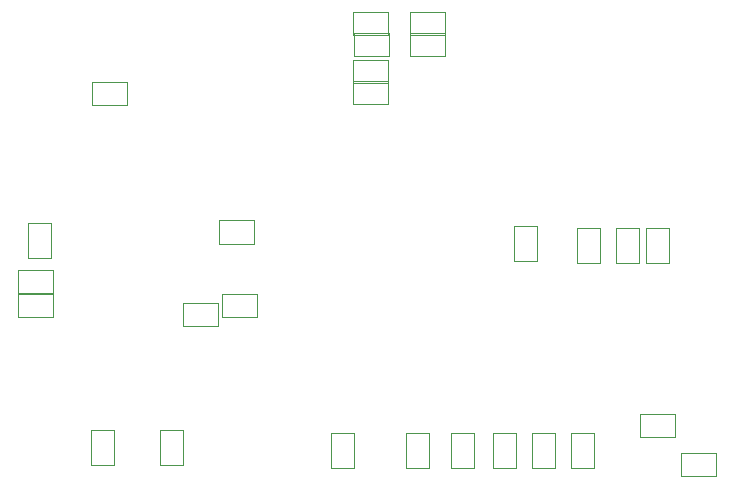
<source format=gbr>
G04 #@! TF.GenerationSoftware,KiCad,Pcbnew,5.0.0*
G04 #@! TF.CreationDate,2019-05-30T17:21:17+01:00*
G04 #@! TF.ProjectId,RRAT,525241542E6B696361645F7063620000,rev?*
G04 #@! TF.SameCoordinates,Original*
G04 #@! TF.FileFunction,Drawing*
%FSLAX46Y46*%
G04 Gerber Fmt 4.6, Leading zero omitted, Abs format (unit mm)*
G04 Created by KiCad (PCBNEW 5.0.0) date Thu May 30 17:21:17 2019*
%MOMM*%
%LPD*%
G01*
G04 APERTURE LIST*
%ADD10C,0.050800*%
G04 APERTURE END LIST*
D10*
G04 #@! TO.C,C4*
X117717000Y-108237000D02*
X117717000Y-110203000D01*
X114771000Y-108237000D02*
X117717000Y-108237000D01*
X114771000Y-110203000D02*
X114771000Y-108237000D01*
X117717000Y-110203000D02*
X114771000Y-110203000D01*
G04 #@! TO.C,C2*
X128741000Y-110965000D02*
X128741000Y-108999000D01*
X131687000Y-110965000D02*
X128741000Y-110965000D01*
X131687000Y-108999000D02*
X131687000Y-110965000D01*
X128741000Y-108999000D02*
X131687000Y-108999000D01*
G04 #@! TO.C,C3*
X117717000Y-108171000D02*
X114771000Y-108171000D01*
X114771000Y-108171000D02*
X114771000Y-106205000D01*
X114771000Y-106205000D02*
X117717000Y-106205000D01*
X117717000Y-106205000D02*
X117717000Y-108171000D01*
G04 #@! TO.C,C5*
X123994998Y-92245734D02*
X121048998Y-92245734D01*
X121048998Y-92245734D02*
X121048998Y-90279734D01*
X121048998Y-90279734D02*
X123994998Y-90279734D01*
X123994998Y-90279734D02*
X123994998Y-92245734D01*
G04 #@! TO.C,R4*
X147967000Y-88105000D02*
X147967000Y-86139000D01*
X150913000Y-88105000D02*
X147967000Y-88105000D01*
X150913000Y-86139000D02*
X150913000Y-88105000D01*
X147967000Y-86139000D02*
X150913000Y-86139000D01*
G04 #@! TO.C,R5*
X163543000Y-120027000D02*
X163543000Y-122973000D01*
X163543000Y-122973000D02*
X161577000Y-122973000D01*
X161577000Y-122973000D02*
X161577000Y-120027000D01*
X161577000Y-120027000D02*
X163543000Y-120027000D01*
G04 #@! TO.C,R15*
X149573000Y-120027000D02*
X149573000Y-122973000D01*
X149573000Y-122973000D02*
X147607000Y-122973000D01*
X147607000Y-122973000D02*
X147607000Y-120027000D01*
X147607000Y-120027000D02*
X149573000Y-120027000D01*
G04 #@! TO.C,C1*
X167927000Y-105613000D02*
X167927000Y-102667000D01*
X167927000Y-102667000D02*
X169893000Y-102667000D01*
X169893000Y-102667000D02*
X169893000Y-105613000D01*
X169893000Y-105613000D02*
X167927000Y-105613000D01*
G04 #@! TO.C,C7*
X143141000Y-90391000D02*
X143141000Y-88425000D01*
X146087000Y-90391000D02*
X143141000Y-90391000D01*
X146087000Y-88425000D02*
X146087000Y-90391000D01*
X143141000Y-88425000D02*
X146087000Y-88425000D01*
G04 #@! TO.C,C8*
X143141000Y-90203000D02*
X146087000Y-90203000D01*
X146087000Y-90203000D02*
X146087000Y-92169000D01*
X146087000Y-92169000D02*
X143141000Y-92169000D01*
X143141000Y-92169000D02*
X143141000Y-90203000D01*
G04 #@! TO.C,C9*
X143219000Y-86139000D02*
X146165000Y-86139000D01*
X146165000Y-86139000D02*
X146165000Y-88105000D01*
X146165000Y-88105000D02*
X143219000Y-88105000D01*
X143219000Y-88105000D02*
X143219000Y-86139000D01*
G04 #@! TO.C,C10*
X143141000Y-86307214D02*
X143141000Y-84341214D01*
X146087000Y-86307214D02*
X143141000Y-86307214D01*
X146087000Y-84341214D02*
X146087000Y-86307214D01*
X143141000Y-84341214D02*
X146087000Y-84341214D01*
G04 #@! TO.C,R1*
X165387000Y-105613000D02*
X165387000Y-102667000D01*
X165387000Y-102667000D02*
X167353000Y-102667000D01*
X167353000Y-102667000D02*
X167353000Y-105613000D01*
X167353000Y-105613000D02*
X165387000Y-105613000D01*
G04 #@! TO.C,R2*
X164051000Y-105613000D02*
X162085000Y-105613000D01*
X164051000Y-102667000D02*
X164051000Y-105613000D01*
X162085000Y-102667000D02*
X164051000Y-102667000D01*
X162085000Y-105613000D02*
X162085000Y-102667000D01*
G04 #@! TO.C,C11*
X131789000Y-102014000D02*
X134735000Y-102014000D01*
X134735000Y-102014000D02*
X134735000Y-103980000D01*
X134735000Y-103980000D02*
X131789000Y-103980000D01*
X131789000Y-103980000D02*
X131789000Y-102014000D01*
G04 #@! TO.C,C12*
X132092000Y-110203000D02*
X132092000Y-108237000D01*
X135038000Y-110203000D02*
X132092000Y-110203000D01*
X135038000Y-108237000D02*
X135038000Y-110203000D01*
X132092000Y-108237000D02*
X135038000Y-108237000D01*
G04 #@! TO.C,R9*
X147967000Y-84361000D02*
X150913000Y-84361000D01*
X150913000Y-84361000D02*
X150913000Y-86327000D01*
X150913000Y-86327000D02*
X147967000Y-86327000D01*
X147967000Y-86327000D02*
X147967000Y-84361000D01*
G04 #@! TO.C,R10*
X156939000Y-122973000D02*
X154973000Y-122973000D01*
X156939000Y-120027000D02*
X156939000Y-122973000D01*
X154973000Y-120027000D02*
X156939000Y-120027000D01*
X154973000Y-122973000D02*
X154973000Y-120027000D01*
G04 #@! TO.C,R12*
X160241000Y-122973000D02*
X158275000Y-122973000D01*
X160241000Y-120027000D02*
X160241000Y-122973000D01*
X158275000Y-120027000D02*
X160241000Y-120027000D01*
X158275000Y-122973000D02*
X158275000Y-120027000D01*
G04 #@! TO.C,R13*
X153383000Y-120027000D02*
X153383000Y-122973000D01*
X153383000Y-122973000D02*
X151417000Y-122973000D01*
X151417000Y-122973000D02*
X151417000Y-120027000D01*
X151417000Y-120027000D02*
X153383000Y-120027000D01*
G04 #@! TO.C,R14*
X141257000Y-120027000D02*
X143223000Y-120027000D01*
X141257000Y-122973000D02*
X141257000Y-120027000D01*
X143223000Y-122973000D02*
X141257000Y-122973000D01*
X143223000Y-120027000D02*
X143223000Y-122973000D01*
G04 #@! TO.C,R16*
X126779000Y-122719000D02*
X126779000Y-119773000D01*
X126779000Y-119773000D02*
X128745000Y-119773000D01*
X128745000Y-119773000D02*
X128745000Y-122719000D01*
X128745000Y-122719000D02*
X126779000Y-122719000D01*
G04 #@! TO.C,R17*
X120937000Y-122719000D02*
X120937000Y-119773000D01*
X120937000Y-119773000D02*
X122903000Y-119773000D01*
X122903000Y-119773000D02*
X122903000Y-122719000D01*
X122903000Y-122719000D02*
X120937000Y-122719000D01*
G04 #@! TO.C,R18*
X115603000Y-102247000D02*
X117569000Y-102247000D01*
X115603000Y-105193000D02*
X115603000Y-102247000D01*
X117569000Y-105193000D02*
X115603000Y-105193000D01*
X117569000Y-102247000D02*
X117569000Y-105193000D01*
G04 #@! TO.C,R3*
X158717000Y-102501000D02*
X158717000Y-105447000D01*
X158717000Y-105447000D02*
X156751000Y-105447000D01*
X156751000Y-105447000D02*
X156751000Y-102501000D01*
X156751000Y-102501000D02*
X158717000Y-102501000D01*
G04 #@! TO.C,C13*
X167437000Y-120363000D02*
X167437000Y-118397000D01*
X170383000Y-120363000D02*
X167437000Y-120363000D01*
X170383000Y-118397000D02*
X170383000Y-120363000D01*
X167437000Y-118397000D02*
X170383000Y-118397000D01*
G04 #@! TO.C,C14*
X170905000Y-121699000D02*
X173851000Y-121699000D01*
X173851000Y-121699000D02*
X173851000Y-123665000D01*
X173851000Y-123665000D02*
X170905000Y-123665000D01*
X170905000Y-123665000D02*
X170905000Y-121699000D01*
G04 #@! TD*
M02*

</source>
